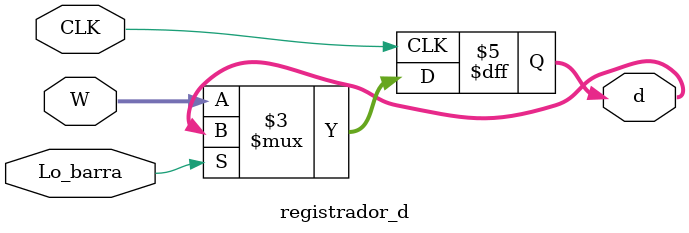
<source format=sv>
module registrador_d(input CLK, input Lo_barra, input [7:0]W, output logic [7:0] d);

	
	always_ff @(posedge CLK)
		begin
			if(!Lo_barra)
				d <= W;
		end

endmodule 
</source>
